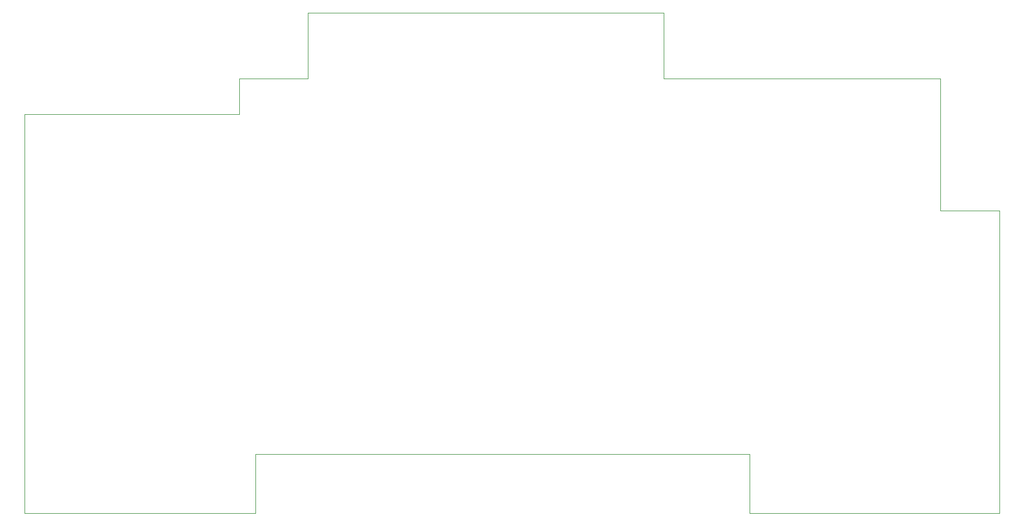
<source format=gbr>
%TF.GenerationSoftware,KiCad,Pcbnew,8.0.1*%
%TF.CreationDate,2024-04-15T10:29:33-04:00*%
%TF.ProjectId,Baja Dashboard Schematic Part 2,42616a61-2044-4617-9368-626f61726420,rev?*%
%TF.SameCoordinates,Original*%
%TF.FileFunction,Other,User*%
%FSLAX46Y46*%
G04 Gerber Fmt 4.6, Leading zero omitted, Abs format (unit mm)*
G04 Created by KiCad (PCBNEW 8.0.1) date 2024-04-15 10:29:33*
%MOMM*%
%LPD*%
G01*
G04 APERTURE LIST*
%ADD10C,0.100000*%
G04 APERTURE END LIST*
D10*
X227000000Y-143000000D02*
X227000000Y-97000000D01*
X218000000Y-97000000D02*
X218000000Y-77000000D01*
X122000000Y-67000000D02*
X122000000Y-77000000D01*
X189000000Y-134000000D02*
X189000000Y-143000000D01*
X165000000Y-67000000D02*
X176000000Y-67000000D01*
X176000000Y-67000000D02*
X176000000Y-77000000D01*
X176000000Y-77000000D02*
X218000000Y-77000000D01*
X114000000Y-143000000D02*
X114000000Y-134000000D01*
X79000000Y-82400000D02*
X79000000Y-143000000D01*
X122000000Y-77000000D02*
X111600000Y-77000000D01*
X79000000Y-82400000D02*
X111600000Y-82400000D01*
X165000000Y-67000000D02*
X122000000Y-67000000D01*
X189000000Y-143000000D02*
X227000000Y-143000000D01*
X111600000Y-82400000D02*
X111600000Y-77000000D01*
X79000000Y-143000000D02*
X114000000Y-143000000D01*
X114000000Y-134000000D02*
X189000000Y-134000000D01*
X227000000Y-97000000D02*
X218000000Y-97000000D01*
M02*

</source>
